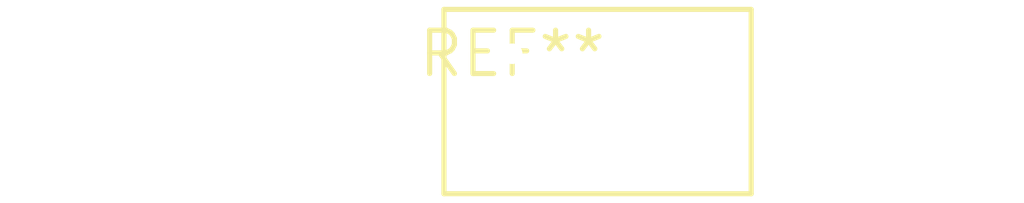
<source format=kicad_pcb>
(kicad_pcb (version 20240108) (generator pcbnew)
  (layers (0 "F.Cu" signal) (31 "B.Cu" signal) (34 "B.Paste" user) (35 "F.Paste" user) (36 "B.SilkS" user "B.Silkscreen") (37 "F.SilkS" user "F.Silkscreen") (38 "B.Mask" user) (39 "F.Mask" user) (44 "Edge.Cuts" user))
  (net 0 "")
  (footprint "RV_Disc_D9mm_W5.4mm_P5mm" (layer "F.Cu") (at 0 0)
    (property "Reference" "REF**")
    (property "Value" "RV_Disc_D9mm_W5.4mm_P5mm")
    (fp_line (start -2 -1.3) (end -2 4.1) (layer "F.SilkS") (stroke (width 0.15)))
    (fp_line (start -2 -1.3) (end 7 -1.3) (layer "F.SilkS") (stroke (width 0.15)))
    (fp_line (start -2 4.1) (end 7 4.1) (layer "F.SilkS") (stroke (width 0.15)))
    (fp_line (start 7 -1.3) (end 7 4.1) (layer "F.SilkS") (stroke (width 0.15)))
    (pad "1" thru_hole circle (at 0 0) (size 1.6 1.6) (drill 0.6) (layers *.Cu *.Mask) (remove_unused_layers))
    (pad "2" thru_hole circle (at 5 2.8) (size 1.6 1.6) (drill 0.6) (layers *.Cu *.Mask) (remove_unused_layers))
  )
)
</source>
